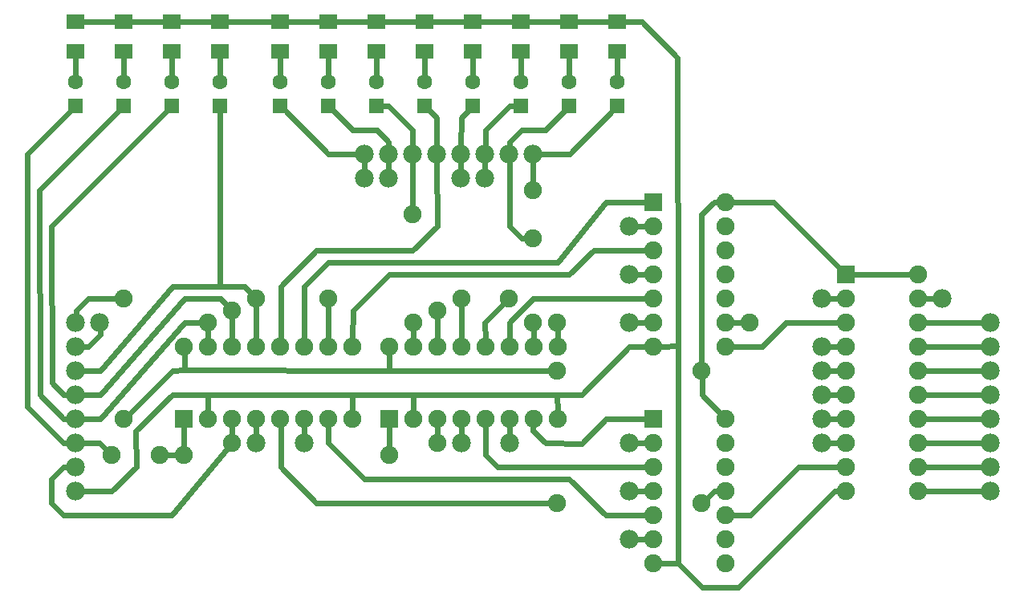
<source format=gbl>
G04 MADE WITH FRITZING*
G04 WWW.FRITZING.ORG*
G04 SINGLE SIDED*
G04 HOLES NOT PLATED*
G04 CONTOUR ON CENTER OF CONTOUR VECTOR*
%ASAXBY*%
%FSLAX23Y23*%
%MOIN*%
%OFA0B0*%
%SFA1.0B1.0*%
%ADD10C,0.075000*%
%ADD11C,0.078000*%
%ADD12C,0.062992*%
%ADD13R,0.075000X0.075000*%
%ADD14R,0.062992X0.062992*%
%ADD15R,0.074803X0.062992*%
%ADD16C,0.024000*%
%LNCOPPER0*%
G90*
G70*
G54D10*
X1666Y777D03*
X1666Y1077D03*
X1766Y777D03*
X1766Y1077D03*
X1866Y777D03*
X1866Y1077D03*
X1966Y777D03*
X1966Y1077D03*
X2066Y777D03*
X2066Y1077D03*
X2166Y777D03*
X2166Y1077D03*
X2266Y777D03*
X2266Y1077D03*
X2366Y777D03*
X2366Y1077D03*
X814Y776D03*
X814Y1076D03*
X914Y776D03*
X914Y1076D03*
X1014Y776D03*
X1014Y1076D03*
X1114Y776D03*
X1114Y1076D03*
X1214Y776D03*
X1214Y1076D03*
X1314Y776D03*
X1314Y1076D03*
X1414Y776D03*
X1414Y1076D03*
X1514Y776D03*
X1514Y1076D03*
X2764Y1676D03*
X3064Y1676D03*
X2764Y1576D03*
X3064Y1576D03*
X2764Y1476D03*
X3064Y1476D03*
X2764Y1376D03*
X3064Y1376D03*
X2764Y1276D03*
X3064Y1276D03*
X2764Y1176D03*
X3064Y1176D03*
X2764Y1076D03*
X3064Y1076D03*
X2764Y776D03*
X3064Y776D03*
X2764Y676D03*
X3064Y676D03*
X2764Y576D03*
X3064Y576D03*
X2764Y476D03*
X3064Y476D03*
X2764Y376D03*
X3064Y376D03*
X2764Y276D03*
X3064Y276D03*
X2764Y176D03*
X3064Y176D03*
X1114Y1276D03*
X1966Y1277D03*
X1014Y1226D03*
X1866Y1227D03*
X914Y1176D03*
X1766Y1177D03*
X1014Y676D03*
X1866Y677D03*
X814Y626D03*
X1666Y627D03*
G54D11*
X364Y1176D03*
X364Y1076D03*
X364Y976D03*
X364Y876D03*
X364Y776D03*
X364Y676D03*
X364Y576D03*
X364Y476D03*
X3464Y1276D03*
X2664Y1176D03*
X2664Y1376D03*
X2664Y1576D03*
X2664Y276D03*
X2664Y476D03*
X2664Y676D03*
X3464Y876D03*
X3464Y776D03*
X3464Y676D03*
X4164Y476D03*
X4164Y576D03*
X4164Y676D03*
X4164Y776D03*
X4164Y876D03*
X4164Y976D03*
X4164Y1076D03*
X4164Y1176D03*
X2166Y677D03*
X1966Y677D03*
X1314Y676D03*
X1114Y676D03*
X1964Y1776D03*
X2064Y1776D03*
X1564Y1776D03*
X1664Y1776D03*
X1564Y1876D03*
X1664Y1876D03*
X1764Y1876D03*
X1864Y1876D03*
X1964Y1876D03*
X2064Y1876D03*
X2164Y1876D03*
X2264Y1876D03*
G54D10*
X1414Y1276D03*
X1764Y1626D03*
X2964Y976D03*
X2364Y976D03*
X514Y626D03*
X714Y626D03*
X2964Y426D03*
X2364Y426D03*
X3164Y1176D03*
X2364Y1176D03*
X2164Y1276D03*
X2264Y1726D03*
X2264Y1176D03*
X2263Y1526D03*
X3564Y1376D03*
X3864Y1376D03*
X3564Y1276D03*
X3864Y1276D03*
X3564Y1176D03*
X3864Y1176D03*
X3564Y1076D03*
X3864Y1076D03*
X3564Y976D03*
X3864Y976D03*
X3564Y876D03*
X3864Y876D03*
X3564Y776D03*
X3864Y776D03*
X3564Y676D03*
X3864Y676D03*
X3564Y576D03*
X3864Y576D03*
X3564Y476D03*
X3864Y476D03*
G54D11*
X3464Y1076D03*
X3464Y976D03*
X464Y1176D03*
X3964Y1276D03*
G54D12*
X364Y2078D03*
X364Y2176D03*
X564Y2078D03*
X564Y2176D03*
X764Y2078D03*
X764Y2176D03*
X964Y2078D03*
X964Y2176D03*
X1214Y2078D03*
X1214Y2176D03*
X1414Y2078D03*
X1414Y2176D03*
X2014Y2078D03*
X2014Y2176D03*
X1814Y2078D03*
X1814Y2176D03*
X1614Y2078D03*
X1614Y2176D03*
X2214Y2078D03*
X2214Y2176D03*
X2414Y2078D03*
X2414Y2176D03*
X2614Y2078D03*
X2614Y2176D03*
G54D10*
X564Y776D03*
X564Y1276D03*
G54D13*
X1666Y777D03*
X814Y776D03*
X2764Y1676D03*
X2764Y776D03*
X3564Y1376D03*
G54D14*
X364Y2078D03*
X564Y2078D03*
X764Y2078D03*
X964Y2078D03*
X1214Y2078D03*
X1414Y2078D03*
X2014Y2078D03*
X1814Y2078D03*
X1614Y2078D03*
X2214Y2078D03*
X2414Y2078D03*
X2614Y2078D03*
G54D15*
X2614Y2426D03*
X2614Y2304D03*
X2414Y2426D03*
X2414Y2304D03*
X2214Y2426D03*
X2214Y2304D03*
X2014Y2426D03*
X2014Y2304D03*
X1814Y2426D03*
X1814Y2304D03*
X1614Y2426D03*
X1614Y2304D03*
X1414Y2426D03*
X1414Y2304D03*
X1214Y2426D03*
X1214Y2304D03*
X564Y2426D03*
X564Y2304D03*
X964Y2426D03*
X964Y2304D03*
X364Y2426D03*
X364Y2304D03*
X764Y2426D03*
X764Y2304D03*
G54D16*
X2646Y2426D02*
X2716Y2425D01*
D02*
X2716Y2425D02*
X2864Y2277D01*
D02*
X2864Y2277D02*
X2865Y1079D01*
D02*
X2865Y1079D02*
X2793Y1077D01*
D02*
X2865Y1079D02*
X2865Y177D01*
D02*
X2865Y177D02*
X2793Y177D01*
D02*
X2966Y75D02*
X2865Y177D01*
D02*
X3115Y77D02*
X2966Y75D01*
D02*
X3515Y475D02*
X3115Y77D01*
D02*
X3536Y476D02*
X3515Y475D01*
D02*
X1866Y1198D02*
X1866Y1105D01*
D02*
X2736Y676D02*
X2695Y676D01*
D02*
X1846Y2426D02*
X1983Y2426D01*
D02*
X3093Y1677D02*
X3264Y1677D01*
D02*
X3264Y1677D02*
X3544Y1397D01*
D02*
X914Y1105D02*
X914Y1148D01*
D02*
X2736Y276D02*
X2695Y276D01*
D02*
X2736Y476D02*
X2695Y476D01*
D02*
X1014Y1198D02*
X1014Y1105D01*
D02*
X4134Y1076D02*
X3893Y1076D01*
D02*
X1641Y2077D02*
X1664Y2077D01*
D02*
X1664Y2077D02*
X1764Y1977D01*
D02*
X1764Y1977D02*
X1764Y1907D01*
D02*
X3536Y1176D02*
X3313Y1175D01*
D02*
X3313Y1175D02*
X3215Y1076D01*
D02*
X3215Y1076D02*
X3093Y1076D01*
D02*
X2295Y1876D02*
X2415Y1876D01*
D02*
X2415Y1876D02*
X2596Y2059D01*
D02*
X1864Y1846D02*
X1865Y1577D01*
D02*
X1764Y1476D02*
X1364Y1477D01*
D02*
X1865Y1577D02*
X1764Y1476D01*
D02*
X1364Y1477D02*
X1216Y1326D01*
D02*
X1216Y1326D02*
X1215Y1105D01*
D02*
X1114Y748D02*
X1114Y707D01*
D02*
X3536Y976D02*
X3495Y976D01*
D02*
X3536Y776D02*
X3495Y776D01*
D02*
X1664Y1807D02*
X1664Y1846D01*
D02*
X2446Y2426D02*
X2583Y2426D01*
D02*
X395Y977D02*
X465Y977D01*
D02*
X465Y977D02*
X765Y1327D01*
D02*
X765Y1327D02*
X964Y1327D01*
D02*
X964Y1327D02*
X1065Y1326D01*
D02*
X1065Y1326D02*
X1094Y1297D01*
D02*
X4134Y1176D02*
X3893Y1176D01*
D02*
X4134Y876D02*
X3893Y876D01*
D02*
X1446Y2426D02*
X1583Y2426D01*
D02*
X3093Y1176D02*
X3136Y1176D01*
D02*
X395Y776D02*
X465Y775D01*
D02*
X465Y775D02*
X815Y1177D01*
D02*
X815Y1177D02*
X886Y1177D01*
D02*
X4134Y476D02*
X3893Y476D01*
D02*
X1114Y1105D02*
X1114Y1248D01*
D02*
X1233Y2059D02*
X1414Y1876D01*
D02*
X1414Y1876D02*
X1534Y1876D01*
D02*
X395Y877D02*
X465Y878D01*
D02*
X465Y878D02*
X815Y1277D01*
D02*
X815Y1277D02*
X965Y1276D01*
D02*
X965Y1276D02*
X994Y1247D01*
D02*
X786Y626D02*
X743Y626D01*
D02*
X1433Y2059D02*
X1514Y1977D01*
D02*
X1514Y1977D02*
X1615Y1977D01*
D02*
X1615Y1977D02*
X1664Y1928D01*
D02*
X1664Y1928D02*
X1664Y1907D01*
D02*
X2985Y446D02*
X3015Y476D01*
D02*
X3015Y476D02*
X3036Y476D01*
D02*
X3536Y1276D02*
X3495Y1276D01*
D02*
X2065Y1105D02*
X2063Y1177D01*
D02*
X2063Y1177D02*
X2144Y1256D01*
D02*
X2064Y1807D02*
X2064Y1846D01*
D02*
X3093Y377D02*
X3166Y377D01*
D02*
X3166Y377D02*
X3366Y578D01*
D02*
X3366Y578D02*
X3536Y577D01*
D02*
X1646Y2426D02*
X1783Y2426D01*
D02*
X1766Y1148D02*
X1766Y1105D01*
D02*
X2263Y725D02*
X2264Y748D01*
D02*
X2316Y676D02*
X2263Y725D01*
D02*
X2466Y674D02*
X2316Y676D01*
D02*
X2565Y778D02*
X2466Y674D01*
D02*
X2736Y777D02*
X2565Y778D01*
D02*
X1614Y2203D02*
X1614Y2278D01*
D02*
X2736Y1576D02*
X2695Y1576D01*
D02*
X1814Y2203D02*
X1814Y2278D01*
D02*
X1666Y655D02*
X1666Y748D01*
D02*
X3044Y797D02*
X2965Y876D01*
D02*
X2965Y876D02*
X2965Y948D01*
D02*
X415Y1277D02*
X536Y1277D01*
D02*
X365Y1207D02*
X366Y1227D01*
D02*
X366Y1227D02*
X415Y1277D01*
D02*
X1383Y2426D02*
X1246Y2426D01*
D02*
X2264Y1846D02*
X2264Y1755D01*
D02*
X1964Y1907D02*
X1965Y2026D01*
D02*
X1965Y2026D02*
X1996Y2059D01*
D02*
X1964Y1807D02*
X1964Y1846D01*
D02*
X1413Y1428D02*
X1314Y1326D01*
D02*
X1314Y1326D02*
X1314Y1105D01*
D02*
X2365Y1428D02*
X1413Y1428D01*
D02*
X2565Y1677D02*
X2365Y1428D01*
D02*
X2736Y1677D02*
X2565Y1677D01*
D02*
X2115Y577D02*
X2065Y627D01*
D02*
X2065Y627D02*
X2066Y748D01*
D02*
X2736Y577D02*
X2115Y577D01*
D02*
X2736Y1176D02*
X2695Y1176D01*
D02*
X3536Y676D02*
X3495Y676D01*
D02*
X2166Y1576D02*
X2215Y1528D01*
D02*
X2165Y1846D02*
X2166Y1576D01*
D02*
X2215Y1528D02*
X2235Y1527D01*
D02*
X2265Y1105D02*
X2265Y1148D01*
D02*
X2365Y1148D02*
X2365Y1105D01*
D02*
X1414Y2203D02*
X1414Y2278D01*
D02*
X395Y677D02*
X464Y677D01*
D02*
X464Y677D02*
X494Y647D01*
D02*
X2046Y2426D02*
X2183Y2426D01*
D02*
X2614Y2203D02*
X2614Y2278D01*
D02*
X4134Y676D02*
X3893Y676D01*
D02*
X4134Y976D02*
X3893Y976D01*
D02*
X1764Y1655D02*
X1764Y1846D01*
D02*
X1966Y1248D02*
X1966Y1105D01*
D02*
X1564Y1807D02*
X1564Y1846D01*
D02*
X2165Y1176D02*
X2165Y1105D01*
D02*
X2264Y1277D02*
X2165Y1176D01*
D02*
X2736Y1277D02*
X2264Y1277D01*
D02*
X1564Y525D02*
X1413Y676D01*
D02*
X1413Y676D02*
X1414Y748D01*
D02*
X2414Y525D02*
X1564Y525D01*
D02*
X2565Y377D02*
X2414Y525D01*
D02*
X2736Y377D02*
X2565Y377D01*
D02*
X1214Y2203D02*
X1214Y2279D01*
D02*
X2214Y2203D02*
X2214Y2278D01*
D02*
X1014Y705D02*
X1014Y748D01*
D02*
X914Y875D02*
X765Y877D01*
D02*
X765Y877D02*
X614Y727D01*
D02*
X914Y875D02*
X914Y805D01*
D02*
X614Y727D02*
X615Y578D01*
D02*
X1513Y876D02*
X914Y875D01*
D02*
X615Y578D02*
X513Y476D01*
D02*
X1514Y805D02*
X1513Y876D01*
D02*
X1513Y876D02*
X1766Y875D01*
D02*
X513Y476D02*
X395Y476D01*
D02*
X1766Y875D02*
X2364Y875D01*
D02*
X2364Y875D02*
X2365Y805D01*
D02*
X1766Y805D02*
X1766Y875D01*
D02*
X2364Y875D02*
X2466Y878D01*
D02*
X2466Y878D02*
X2663Y1076D01*
D02*
X2663Y1076D02*
X2736Y1076D01*
D02*
X1666Y1375D02*
X1515Y1227D01*
D02*
X1515Y1227D02*
X1514Y1105D01*
D02*
X2414Y1375D02*
X1666Y1375D01*
D02*
X2516Y1477D02*
X2414Y1375D01*
D02*
X2736Y1477D02*
X2516Y1477D01*
D02*
X2014Y2203D02*
X2014Y2278D01*
D02*
X1966Y748D02*
X1966Y707D01*
D02*
X314Y377D02*
X763Y378D01*
D02*
X763Y378D02*
X996Y655D01*
D02*
X264Y426D02*
X314Y377D01*
D02*
X264Y527D02*
X264Y426D01*
D02*
X314Y576D02*
X264Y527D01*
D02*
X334Y576D02*
X314Y576D01*
D02*
X2414Y2203D02*
X2414Y2278D01*
D02*
X2166Y748D02*
X2166Y707D01*
D02*
X2065Y1907D02*
X2065Y1977D01*
D02*
X2065Y1977D02*
X2166Y2077D01*
D02*
X2166Y2077D02*
X2188Y2077D01*
D02*
X816Y979D02*
X765Y977D01*
D02*
X765Y977D02*
X585Y797D01*
D02*
X816Y979D02*
X1665Y977D01*
D02*
X1665Y977D02*
X1665Y1048D01*
D02*
X815Y1048D02*
X816Y979D01*
D02*
X1665Y977D02*
X2336Y976D01*
D02*
X4134Y776D02*
X3893Y776D01*
D02*
X3934Y1276D02*
X3893Y1276D01*
D02*
X2165Y1907D02*
X2166Y1928D01*
D02*
X2166Y1928D02*
X2215Y1977D01*
D02*
X2215Y1977D02*
X2315Y1977D01*
D02*
X2315Y1977D02*
X2396Y2059D01*
D02*
X3536Y876D02*
X3495Y876D01*
D02*
X415Y1077D02*
X465Y1127D01*
D02*
X465Y1127D02*
X465Y1146D01*
D02*
X395Y1077D02*
X415Y1077D01*
D02*
X1364Y426D02*
X1216Y578D01*
D02*
X1216Y578D02*
X1215Y748D01*
D02*
X2336Y426D02*
X1364Y426D01*
D02*
X3836Y1376D02*
X3593Y1376D01*
D02*
X2246Y2426D02*
X2383Y2426D01*
D02*
X1866Y705D02*
X1866Y748D01*
D02*
X1314Y748D02*
X1314Y707D01*
D02*
X1864Y1907D02*
X1864Y2026D01*
D02*
X1864Y2026D02*
X1833Y2059D01*
D02*
X2736Y1376D02*
X2695Y1376D01*
D02*
X1414Y1105D02*
X1414Y1248D01*
D02*
X3536Y1076D02*
X3495Y1076D01*
D02*
X3015Y1676D02*
X3036Y1676D01*
D02*
X2964Y1627D02*
X3015Y1676D01*
D02*
X2964Y1005D02*
X2964Y1627D01*
D02*
X814Y655D02*
X814Y748D01*
D02*
X4134Y576D02*
X3893Y576D01*
D02*
X164Y825D02*
X314Y676D01*
D02*
X163Y1875D02*
X164Y825D01*
D02*
X314Y676D02*
X334Y676D01*
D02*
X346Y2059D02*
X163Y1875D01*
D02*
X215Y876D02*
X314Y777D01*
D02*
X213Y1726D02*
X215Y876D01*
D02*
X545Y2059D02*
X213Y1726D01*
D02*
X314Y777D02*
X334Y777D01*
D02*
X266Y927D02*
X314Y876D01*
D02*
X263Y1576D02*
X266Y927D01*
D02*
X314Y876D02*
X334Y876D01*
D02*
X745Y2059D02*
X263Y1576D01*
D02*
X964Y1327D02*
X964Y2051D01*
D02*
X364Y2203D02*
X364Y2278D01*
D02*
X564Y2203D02*
X564Y2278D01*
D02*
X764Y2203D02*
X764Y2278D01*
D02*
X964Y2203D02*
X964Y2278D01*
D02*
X1183Y2426D02*
X996Y2426D01*
D02*
X933Y2426D02*
X796Y2426D01*
D02*
X733Y2426D02*
X596Y2426D01*
D02*
X533Y2426D02*
X396Y2426D01*
G04 End of Copper0*
M02*
</source>
